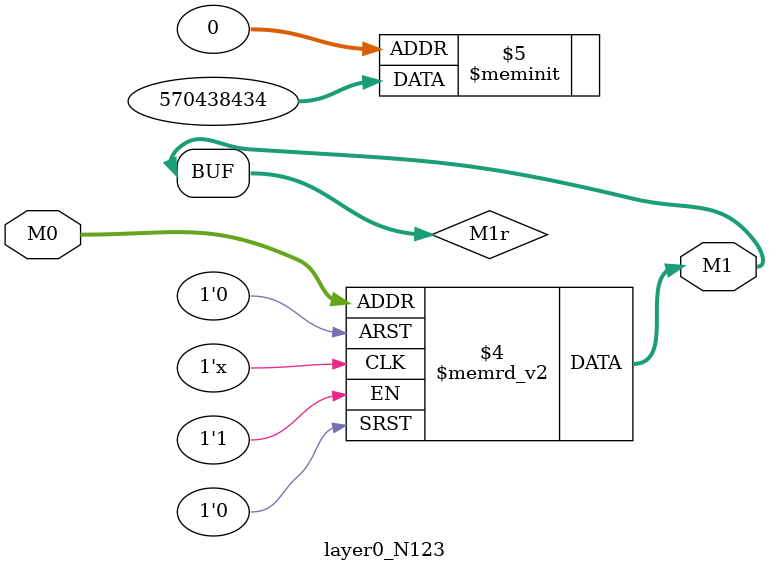
<source format=v>
module layer0_N123 ( input [3:0] M0, output [1:0] M1 );

	(*rom_style = "distributed" *) reg [1:0] M1r;
	assign M1 = M1r;
	always @ (M0) begin
		case (M0)
			4'b0000: M1r = 2'b10;
			4'b1000: M1r = 2'b00;
			4'b0100: M1r = 2'b11;
			4'b1100: M1r = 2'b10;
			4'b0010: M1r = 2'b10;
			4'b1010: M1r = 2'b00;
			4'b0110: M1r = 2'b11;
			4'b1110: M1r = 2'b10;
			4'b0001: M1r = 2'b00;
			4'b1001: M1r = 2'b00;
			4'b0101: M1r = 2'b00;
			4'b1101: M1r = 2'b00;
			4'b0011: M1r = 2'b00;
			4'b1011: M1r = 2'b00;
			4'b0111: M1r = 2'b00;
			4'b1111: M1r = 2'b00;

		endcase
	end
endmodule

</source>
